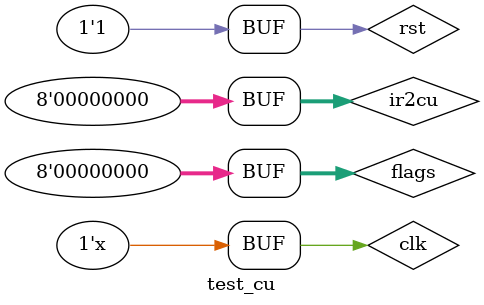
<source format=v>
`timescale 1ns / 1ps


module test_cu(    );
reg clk;
reg rst;
reg [7:0]ir2cu;
reg [7:0]flags;
wire[31:0]control_signal;
initial begin
clk<=0;
rst<=0;
flags<=0;
ir2cu<=0;

# 60
rst<=1;
end
always # 10 clk=~clk;
cu u_cu(
.clk(clk),
.rst(rst),
.data_from_ir(ir2cu),
.flags(flags),
.control_signal(control_signal)
);
endmodule

</source>
